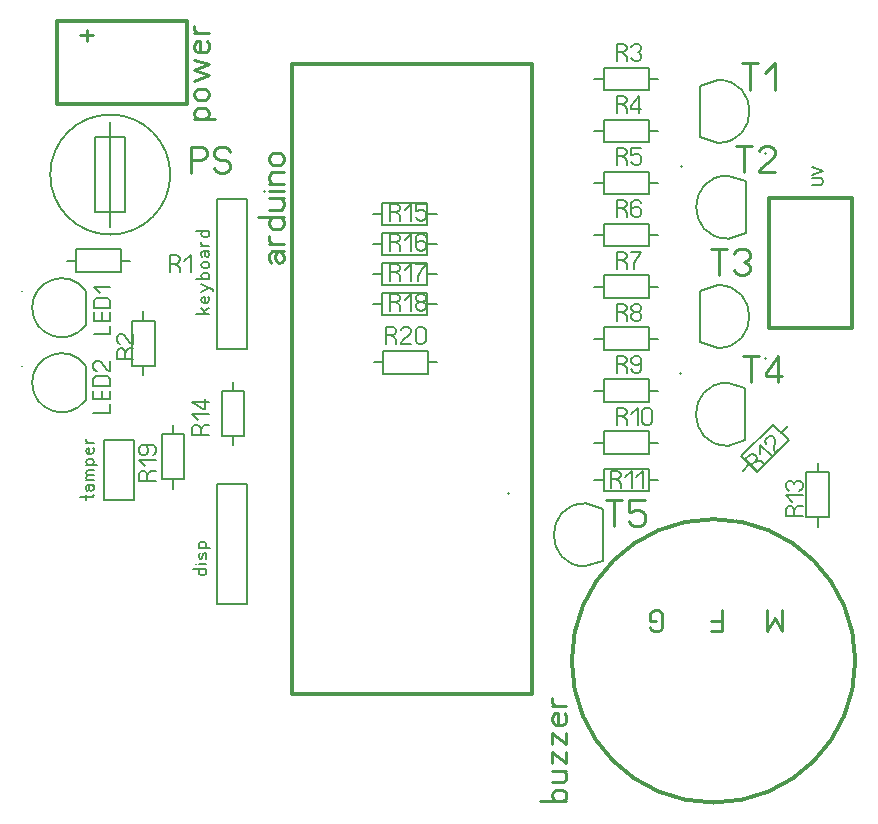
<source format=gbr>
%FSLAX34Y34*%
%MOMM*%
%LNSILK_TOP*%
G71*
G01*
%ADD10C, 0.300*%
%ADD11C, 0.278*%
%ADD12C, 0.150*%
%ADD13C, 0.178*%
%ADD14C, 0.222*%
%ADD15C, 0.206*%
%ADD16C, 0.159*%
%LPD*%
G54D10*
X452587Y390073D02*
X249387Y390073D01*
X249387Y923473D01*
X452587Y923473D01*
X452587Y390073D01*
G54D11*
X231362Y754878D02*
X229973Y758212D01*
X229973Y762212D01*
X232751Y764878D01*
X242473Y764878D01*
G54D11*
X238306Y764878D02*
X235528Y763212D01*
X234973Y759878D01*
X235528Y756545D01*
X238306Y754878D01*
X241084Y755545D01*
X242473Y758212D01*
X242473Y759878D01*
X242473Y760545D01*
X241084Y763212D01*
X238306Y764878D01*
G54D11*
X242473Y770989D02*
X229973Y770989D01*
G54D11*
X232751Y770989D02*
X229973Y774323D01*
X229973Y777656D01*
G54D11*
X242473Y793767D02*
X220251Y793767D01*
G54D11*
X233584Y793767D02*
X230806Y792101D01*
X229973Y788767D01*
X230806Y785434D01*
X233584Y783767D01*
X239140Y783767D01*
X241918Y785434D01*
X242473Y788767D01*
X241918Y792101D01*
X239140Y793767D01*
G54D11*
X229973Y809878D02*
X242473Y809878D01*
G54D11*
X239695Y809878D02*
X241918Y808212D01*
X242473Y804878D01*
X241918Y801545D01*
X239695Y799878D01*
X229973Y799878D01*
G54D11*
X242473Y815989D02*
X229973Y815989D01*
G54D11*
X225806Y815989D02*
X225806Y815989D01*
G54D11*
X242473Y822100D02*
X229973Y822100D01*
G54D11*
X232751Y822100D02*
X230806Y823767D01*
X229973Y827100D01*
X230806Y830434D01*
X232751Y832100D01*
X242473Y832100D01*
G54D11*
X239140Y848211D02*
X233584Y848211D01*
X230806Y846545D01*
X229973Y843211D01*
X230806Y839878D01*
X233584Y838211D01*
X239140Y838211D01*
X241918Y839878D01*
X242473Y843211D01*
X241918Y846545D01*
X239140Y848211D01*
G54D12*
X104386Y766597D02*
X104386Y747597D01*
X66386Y747597D01*
X66386Y766597D01*
X104386Y766597D01*
G54D12*
X104486Y757097D02*
X112386Y757097D01*
G54D12*
X66386Y757097D02*
X58486Y757097D01*
G54D13*
X149975Y754617D02*
X153175Y752839D01*
X154242Y751062D01*
X154241Y747506D01*
G54D13*
X145708Y747506D02*
X145708Y761728D01*
X151041Y761728D01*
X153175Y760839D01*
X154241Y759062D01*
X154241Y757284D01*
X153175Y755506D01*
X151041Y754617D01*
X145708Y754617D01*
G54D13*
X158152Y756395D02*
X163485Y761728D01*
X163485Y747506D01*
G54D12*
X113985Y706247D02*
X132985Y706247D01*
X132985Y668247D01*
X113985Y668247D01*
X113985Y706247D01*
G54D12*
X123485Y706347D02*
X123485Y714247D01*
G54D12*
X123485Y668247D02*
X123485Y660347D01*
G54D13*
X107915Y678486D02*
X109692Y681686D01*
X111470Y682753D01*
X115026Y682753D01*
G54D13*
X115026Y674220D02*
X100804Y674220D01*
X100804Y679553D01*
X101692Y681686D01*
X103470Y682753D01*
X105248Y682753D01*
X107026Y681686D01*
X107915Y679553D01*
X107915Y674220D01*
G54D13*
X115026Y695197D02*
X115026Y686664D01*
X114137Y686664D01*
X112359Y687730D01*
X107026Y694130D01*
X105248Y695197D01*
X103470Y695197D01*
X101692Y694130D01*
X100804Y691997D01*
X100804Y689864D01*
X101692Y687730D01*
X103470Y686664D01*
G54D12*
X513225Y901525D02*
X513225Y920525D01*
X551225Y920525D01*
X551225Y901525D01*
X513225Y901525D01*
G54D12*
X513125Y911025D02*
X505225Y911025D01*
G54D12*
X551225Y911025D02*
X559125Y911025D01*
G54D13*
X528392Y933386D02*
X531592Y931608D01*
X532658Y929831D01*
X532658Y926275D01*
G54D13*
X524125Y926275D02*
X524125Y940497D01*
X529458Y940497D01*
X531592Y939608D01*
X532658Y937831D01*
X532658Y936053D01*
X531592Y934275D01*
X529458Y933386D01*
X524125Y933386D01*
G54D13*
X536569Y937831D02*
X537636Y939608D01*
X539769Y940497D01*
X541902Y940497D01*
X544036Y939608D01*
X545102Y937831D01*
X545102Y936053D01*
X544036Y934275D01*
X541902Y933386D01*
X544036Y932497D01*
X545102Y930719D01*
X545102Y928942D01*
X544036Y927164D01*
X541902Y926275D01*
X539769Y926275D01*
X537636Y927164D01*
X536569Y928942D01*
G54D12*
X551225Y580775D02*
X551225Y561775D01*
X513225Y561775D01*
X513225Y580775D01*
X551225Y580775D01*
G54D12*
X551325Y571275D02*
X559225Y571275D01*
G54D12*
X513225Y571275D02*
X505325Y571275D01*
G54D13*
X523320Y571928D02*
X526520Y570150D01*
X527587Y568372D01*
X527587Y564816D01*
G54D13*
X519054Y564816D02*
X519054Y579039D01*
X524387Y579039D01*
X526520Y578150D01*
X527587Y576372D01*
X527587Y574594D01*
X526520Y572816D01*
X524387Y571928D01*
X519054Y571928D01*
G54D13*
X531498Y573705D02*
X536831Y579039D01*
X536831Y564816D01*
G54D13*
X540742Y573705D02*
X546075Y579039D01*
X546075Y564816D01*
G54D12*
X643119Y577960D02*
X629684Y591395D01*
X656554Y618265D01*
X669989Y604829D01*
X643119Y577960D01*
G54D12*
X636331Y584606D02*
X630745Y579020D01*
G54D12*
X663272Y611547D02*
X668858Y617133D01*
G54D13*
X641206Y586755D02*
X644726Y587761D01*
X646738Y587258D01*
X649252Y584743D01*
G54D13*
X643218Y578710D02*
X633161Y588766D01*
X636932Y592537D01*
X639069Y593417D01*
X641081Y592914D01*
X642338Y591657D01*
X642841Y589646D01*
X641961Y587509D01*
X638190Y583738D01*
G54D13*
X645732Y593794D02*
X645732Y601337D01*
X655788Y591280D01*
G54D13*
X664588Y600079D02*
X658554Y594045D01*
X657925Y594674D01*
X657422Y596685D01*
X658176Y604982D01*
X657674Y606993D01*
X656416Y608250D01*
X654405Y608753D01*
X652268Y607873D01*
X650760Y606365D01*
X649880Y604228D01*
X650382Y602216D01*
G54D12*
X684868Y577878D02*
X703868Y577878D01*
X703868Y539878D01*
X684868Y539878D01*
X684868Y577878D01*
G54D12*
X694367Y577978D02*
X694368Y585878D01*
G54D12*
X694368Y539878D02*
X694368Y531978D01*
G54D13*
X674479Y544974D02*
X676257Y548174D01*
X678035Y549240D01*
X681590Y549240D01*
G54D13*
X681590Y540707D02*
X667368Y540707D01*
X667368Y546040D01*
X668257Y548174D01*
X670035Y549240D01*
X671812Y549240D01*
X673590Y548174D01*
X674479Y546040D01*
X674479Y540707D01*
G54D13*
X672701Y553151D02*
X667368Y558484D01*
X681590Y558484D01*
G54D13*
X670035Y562395D02*
X668257Y563462D01*
X667368Y565595D01*
X667368Y567728D01*
X668257Y569862D01*
X670035Y570928D01*
X671812Y570928D01*
X673590Y569862D01*
X674479Y567728D01*
X675368Y569862D01*
X677146Y570928D01*
X678924Y570928D01*
X680701Y569862D01*
X681590Y567728D01*
X681590Y565595D01*
X680701Y563462D01*
X678924Y562395D01*
G54D12*
X208697Y608764D02*
X189697Y608764D01*
X189697Y646764D01*
X208697Y646764D01*
X208697Y608764D01*
G54D12*
X199197Y608664D02*
X199197Y600764D01*
G54D12*
X199197Y646764D02*
X199197Y654664D01*
G54D13*
X171836Y613931D02*
X173614Y617131D01*
X175392Y618198D01*
X178947Y618198D01*
G54D13*
X178947Y609664D02*
X164725Y609664D01*
X164725Y614998D01*
X165614Y617131D01*
X167392Y618198D01*
X169169Y618198D01*
X170947Y617131D01*
X171836Y614998D01*
X171836Y609664D01*
G54D13*
X170058Y622108D02*
X164725Y627442D01*
X178947Y627442D01*
G54D13*
X178947Y637752D02*
X164725Y637752D01*
X173614Y631352D01*
X175392Y631352D01*
X175392Y639886D01*
G54D12*
X363637Y805973D02*
X363637Y786973D01*
X325637Y786973D01*
X325637Y805973D01*
X363637Y805973D01*
G54D12*
X363737Y796473D02*
X371637Y796473D01*
G54D12*
X325637Y796473D02*
X317737Y796473D01*
G54D13*
X336632Y798162D02*
X339832Y796384D01*
X340899Y794606D01*
X340899Y791051D01*
G54D13*
X332366Y791051D02*
X332366Y805273D01*
X337699Y805273D01*
X339832Y804384D01*
X340899Y802606D01*
X340899Y800828D01*
X339832Y799051D01*
X337699Y798162D01*
X332366Y798162D01*
G54D13*
X344810Y799940D02*
X350143Y805273D01*
X350143Y791051D01*
G54D13*
X362587Y805273D02*
X354054Y805273D01*
X354054Y799051D01*
X355120Y799051D01*
X357254Y799940D01*
X359387Y799940D01*
X361520Y799051D01*
X362587Y797273D01*
X362587Y793717D01*
X361520Y791940D01*
X359387Y791051D01*
X357254Y791051D01*
X355120Y791940D01*
X354054Y793718D01*
G54D12*
X138838Y609932D02*
X157838Y609932D01*
X157838Y571932D01*
X138838Y571932D01*
X138838Y609932D01*
G54D12*
X148338Y610032D02*
X148338Y617932D01*
G54D12*
X148338Y571932D02*
X148338Y564032D01*
G54D13*
X126798Y574977D02*
X128576Y578177D01*
X130354Y579243D01*
X133910Y579243D01*
G54D13*
X133910Y570710D02*
X119687Y570710D01*
X119687Y576043D01*
X120576Y578177D01*
X122354Y579243D01*
X124132Y579243D01*
X125910Y578177D01*
X126798Y576043D01*
X126798Y570710D01*
G54D13*
X125021Y583154D02*
X119687Y588487D01*
X133910Y588487D01*
G54D13*
X131243Y592398D02*
X133021Y593465D01*
X133910Y595598D01*
X133910Y597731D01*
X133021Y599865D01*
X131243Y600931D01*
X126798Y600931D01*
X125910Y600931D01*
X127687Y597731D01*
X127687Y595598D01*
X126798Y593465D01*
X125021Y592398D01*
X122354Y592398D01*
X120576Y593465D01*
X119687Y595598D01*
X119687Y597731D01*
X120576Y599865D01*
X122354Y600931D01*
X126798Y600931D01*
G54D12*
X326450Y661375D02*
X326450Y680375D01*
X364450Y680375D01*
X364450Y661375D01*
X326450Y661375D01*
G54D12*
X326350Y670875D02*
X318450Y670875D01*
G54D12*
X364450Y670875D02*
X372350Y670875D01*
G54D13*
X333367Y693786D02*
X336567Y692008D01*
X337633Y690231D01*
X337633Y686675D01*
G54D13*
X329100Y686675D02*
X329100Y700897D01*
X334433Y700897D01*
X336567Y700008D01*
X337633Y698231D01*
X337633Y696453D01*
X336567Y694675D01*
X334433Y693786D01*
X329100Y693786D01*
G54D13*
X350077Y686675D02*
X341544Y686675D01*
X341544Y687564D01*
X342611Y689342D01*
X349011Y694675D01*
X350077Y696453D01*
X350077Y698231D01*
X349011Y700008D01*
X346877Y700897D01*
X344744Y700897D01*
X342611Y700008D01*
X341544Y698231D01*
G54D13*
X362521Y698231D02*
X362521Y689342D01*
X361455Y687564D01*
X359321Y686675D01*
X357188Y686675D01*
X355055Y687564D01*
X353988Y689342D01*
X353988Y698231D01*
X355055Y700008D01*
X357188Y700897D01*
X359321Y700897D01*
X361455Y700008D01*
X362521Y698231D01*
G54D12*
G75*
G01X74468Y731902D02*
G03X74468Y702513I-20225J-14695D01*
G01*
G54D12*
X74443Y702907D02*
X74443Y731507D01*
G54D13*
X81370Y694590D02*
X95592Y694590D01*
X95592Y702057D01*
G54D13*
X95592Y713435D02*
X95592Y705968D01*
X81370Y705968D01*
X81370Y713435D01*
G54D13*
X88481Y705968D02*
X88481Y713435D01*
G54D13*
X95592Y717346D02*
X81370Y717346D01*
X81370Y722679D01*
X82258Y724813D01*
X84036Y725879D01*
X92925Y725879D01*
X94703Y724813D01*
X95592Y722679D01*
X95592Y717346D01*
G54D13*
X86703Y729790D02*
X81370Y735123D01*
X95592Y735123D01*
G54D13*
X20647Y731517D02*
X20647Y731517D01*
G54D12*
G75*
G01X74468Y668402D02*
G03X74468Y639012I-20225J-14695D01*
G01*
G54D12*
X74443Y639407D02*
X74443Y668007D01*
G54D13*
X81149Y628258D02*
X95371Y628258D01*
X95371Y635725D01*
G54D13*
X95371Y647103D02*
X95371Y639636D01*
X81149Y639636D01*
X81149Y647103D01*
G54D13*
X88260Y639636D02*
X88260Y647103D01*
G54D13*
X95371Y651014D02*
X81149Y651014D01*
X81149Y656347D01*
X82038Y658481D01*
X83816Y659547D01*
X92704Y659547D01*
X94482Y658481D01*
X95371Y656347D01*
X95371Y651014D01*
G54D13*
X95371Y671991D02*
X95371Y663458D01*
X94482Y663458D01*
X92704Y664525D01*
X87371Y670925D01*
X85593Y671991D01*
X83816Y671991D01*
X82038Y670925D01*
X81149Y668791D01*
X81149Y666658D01*
X82038Y664525D01*
X83816Y663458D01*
G54D13*
X20647Y668017D02*
X20647Y668017D01*
G54D12*
X609897Y910192D02*
X594698Y905292D01*
X594697Y861692D01*
X609897Y856792D01*
G54D12*
G75*
G01X609997Y856842D02*
G03X609997Y910142I0J26650D01*
G01*
G54D11*
X637040Y901856D02*
X637040Y924078D01*
G54D11*
X630373Y924078D02*
X643706Y924078D01*
G54D11*
X649817Y915744D02*
X658150Y924078D01*
X658150Y901855D01*
G54D11*
X649897Y848406D02*
X649897Y848406D01*
G54D12*
X618241Y775744D02*
X633441Y780644D01*
X633441Y824244D01*
X618241Y829143D01*
G54D12*
G75*
G01X618141Y829094D02*
G03X618141Y775794I0J-26650D01*
G01*
G54D11*
X632270Y831782D02*
X632270Y854004D01*
G54D11*
X625604Y854004D02*
X638937Y854004D01*
G54D11*
X658381Y831782D02*
X645048Y831781D01*
X645048Y833170D01*
X646714Y835948D01*
X656714Y844281D01*
X658381Y847059D01*
X658381Y849837D01*
X656714Y852615D01*
X653381Y854004D01*
X650048Y854004D01*
X646714Y852615D01*
X645048Y849837D01*
G54D11*
X578241Y837530D02*
X578241Y837530D01*
G54D12*
X609721Y736488D02*
X594522Y731588D01*
X594522Y687988D01*
X609721Y683088D01*
G54D12*
G75*
G01X609821Y683138D02*
G03X609821Y736438I0J26650D01*
G01*
G54D11*
X610988Y744902D02*
X610988Y767125D01*
G54D11*
X604322Y767125D02*
X617655Y767125D01*
G54D11*
X623766Y762958D02*
X625432Y765736D01*
X628766Y767125D01*
X632099Y767125D01*
X635432Y765736D01*
X637099Y762958D01*
X637099Y760180D01*
X635432Y757402D01*
X632099Y756014D01*
X635432Y754625D01*
X637099Y751847D01*
X637099Y749069D01*
X635432Y746291D01*
X632099Y744902D01*
X628766Y744902D01*
X625432Y746291D01*
X623766Y749069D01*
G54D11*
X649722Y674702D02*
X649722Y674702D01*
G54D12*
X618028Y600348D02*
X633228Y605248D01*
X633228Y648848D01*
X618028Y653748D01*
G54D12*
G75*
G01X617928Y653698D02*
G03X617928Y600398I0J-26650D01*
G01*
G54D11*
X638118Y653976D02*
X638118Y676198D01*
G54D11*
X631451Y676198D02*
X644784Y676198D01*
G54D11*
X660895Y653976D02*
X660895Y676198D01*
X650895Y662310D01*
X650895Y659532D01*
X664228Y659532D01*
G54D11*
X578028Y662134D02*
X578028Y662134D01*
G54D12*
X497689Y498233D02*
X512889Y503133D01*
X512889Y546733D01*
X497689Y551633D01*
G54D12*
G75*
G01X497589Y551583D02*
G03X497589Y498283I0J-26650D01*
G01*
G54D11*
X522193Y532196D02*
X522193Y554419D01*
G54D11*
X515526Y554419D02*
X528859Y554419D01*
G54D11*
X548303Y554419D02*
X534970Y554419D01*
X534970Y544696D01*
X536637Y544696D01*
X539970Y546085D01*
X543303Y546085D01*
X546637Y544696D01*
X548303Y541919D01*
X548303Y536363D01*
X546637Y533585D01*
X543303Y532196D01*
X539970Y532196D01*
X536637Y533585D01*
X534970Y536363D01*
G54D11*
X432289Y560020D02*
X432289Y560020D01*
G54D10*
G75*
G01X726164Y418246D02*
G03X726164Y418246I-120000J0D01*
G01*
G54D14*
X613764Y461046D02*
X613764Y443268D01*
X604431Y443268D01*
G54D14*
X613764Y452157D02*
X604431Y452157D01*
G54D14*
X664564Y461046D02*
X664564Y443269D01*
X657897Y454380D01*
X651231Y443269D01*
X651231Y461046D01*
G54D14*
X557631Y452157D02*
X552298Y452158D01*
X552298Y457713D01*
X553631Y459935D01*
X556298Y461046D01*
X558964Y461046D01*
X561631Y459935D01*
X562964Y457713D01*
X562964Y446602D01*
X561631Y444380D01*
X558964Y443268D01*
X556298Y443269D01*
X553631Y444380D01*
X552298Y446602D01*
G54D11*
X481599Y299257D02*
X459377Y299257D01*
G54D11*
X472710Y299257D02*
X469932Y300924D01*
X469099Y304257D01*
X469932Y307590D01*
X472710Y309257D01*
X478266Y309257D01*
X481043Y307590D01*
X481599Y304257D01*
X481043Y300924D01*
X478266Y299257D01*
G54D11*
X469099Y325368D02*
X481599Y325368D01*
G54D11*
X478821Y325368D02*
X481043Y323701D01*
X481599Y320368D01*
X481043Y317035D01*
X478821Y315368D01*
X469099Y315368D01*
G54D11*
X469099Y331479D02*
X469099Y341479D01*
X481599Y331479D01*
X481599Y341479D01*
G54D11*
X469099Y347590D02*
X469099Y357590D01*
X481599Y347590D01*
X481599Y357590D01*
G54D11*
X480210Y373701D02*
X481599Y371034D01*
X481599Y367701D01*
X480210Y364368D01*
X477432Y363701D01*
X472710Y363701D01*
X469932Y365368D01*
X469099Y368701D01*
X469932Y372034D01*
X471877Y373701D01*
X474655Y373701D01*
X474655Y363701D01*
G54D11*
X481599Y379812D02*
X469099Y379812D01*
G54D11*
X471877Y379812D02*
X469099Y383145D01*
X469099Y386479D01*
G54D10*
X50000Y960000D02*
X160000Y960000D01*
X160000Y890000D01*
X50000Y890000D01*
X50000Y960000D01*
G54D14*
X70000Y947778D02*
X80667Y947778D01*
G54D14*
X75333Y952222D02*
X75333Y943333D01*
G54D11*
X166232Y876664D02*
X184287Y876664D01*
G54D11*
X174565Y876664D02*
X178176Y878330D01*
X178732Y881664D01*
X178176Y884997D01*
X175398Y886664D01*
X169843Y886664D01*
X167065Y884997D01*
X166232Y881664D01*
X167065Y878330D01*
X170398Y876664D01*
G54D11*
X175398Y902775D02*
X169843Y902775D01*
X167065Y901108D01*
X166232Y897775D01*
X167065Y894441D01*
X169843Y892775D01*
X175398Y892775D01*
X178176Y894441D01*
X178732Y897775D01*
X178176Y901108D01*
X175398Y902775D01*
G54D11*
X166232Y908886D02*
X178732Y913886D01*
X166232Y918886D01*
X178732Y923886D01*
X166232Y927219D01*
G54D11*
X177343Y943330D02*
X178732Y940663D01*
X178732Y937330D01*
X177343Y933996D01*
X174565Y933330D01*
X169843Y933330D01*
X167065Y934996D01*
X166232Y938330D01*
X167065Y941663D01*
X169010Y943330D01*
X171787Y943330D01*
X171787Y933330D01*
G54D11*
X178732Y949441D02*
X166232Y949441D01*
G54D11*
X169010Y949441D02*
X166232Y952774D01*
X166232Y956107D01*
G54D12*
G75*
G01X146200Y830000D02*
G03X146200Y830000I-50800J0D01*
G01*
G54D12*
X95400Y785600D02*
X95400Y874400D01*
G54D12*
X82700Y861800D02*
X108100Y861800D01*
X108100Y798200D01*
X82700Y798200D01*
X82700Y861800D01*
G54D11*
X163850Y831330D02*
X163850Y853552D01*
X172183Y853552D01*
X175517Y852163D01*
X177183Y849386D01*
X177183Y846608D01*
X175517Y843830D01*
X172183Y842441D01*
X163850Y842441D01*
G54D11*
X183294Y835497D02*
X184961Y832719D01*
X188294Y831330D01*
X191627Y831330D01*
X194961Y832719D01*
X196627Y835497D01*
X196627Y838274D01*
X194961Y841052D01*
X191627Y842441D01*
X188294Y842441D01*
X184961Y843830D01*
X183294Y846608D01*
X183294Y849386D01*
X184961Y852163D01*
X188294Y853552D01*
X191627Y853552D01*
X194961Y852163D01*
X196627Y849386D01*
G54D12*
X211287Y682173D02*
X185887Y682173D01*
X185887Y809173D01*
X211287Y809173D01*
X211287Y682173D01*
G54D15*
X179136Y712223D02*
X167581Y712223D01*
G54D15*
X174803Y714823D02*
X179136Y717423D01*
G54D15*
X176248Y712223D02*
X172636Y717423D01*
G54D15*
X178414Y726667D02*
X179136Y725281D01*
X179136Y723547D01*
X178414Y721814D01*
X176970Y721467D01*
X174514Y721467D01*
X173070Y722334D01*
X172636Y724067D01*
X173070Y725801D01*
X174081Y726667D01*
X175525Y726667D01*
X175525Y721467D01*
G54D15*
X172636Y730711D02*
X179136Y734178D01*
X172636Y737645D01*
G54D15*
X179136Y734178D02*
X181303Y733311D01*
X182025Y732445D01*
X182025Y731578D01*
G54D15*
X179136Y741688D02*
X167581Y741688D01*
G54D15*
X174514Y741688D02*
X173070Y742555D01*
X172636Y744288D01*
X173070Y746022D01*
X174514Y746888D01*
X177403Y746888D01*
X178848Y746022D01*
X179136Y744288D01*
X178848Y742555D01*
X177403Y741688D01*
G54D15*
X177403Y756132D02*
X174514Y756132D01*
X173070Y755266D01*
X172636Y753532D01*
X173070Y751799D01*
X174514Y750932D01*
X177403Y750932D01*
X178848Y751799D01*
X179136Y753532D01*
X178848Y755266D01*
X177403Y756132D01*
G54D15*
X173359Y760176D02*
X172636Y761910D01*
X172636Y763990D01*
X174081Y765376D01*
X179136Y765376D01*
G54D15*
X176970Y765376D02*
X175525Y764510D01*
X175236Y762776D01*
X175525Y761043D01*
X176970Y760176D01*
X178414Y760523D01*
X179136Y761910D01*
X179136Y762776D01*
X179136Y763123D01*
X178414Y764510D01*
X176970Y765376D01*
G54D15*
X179136Y769420D02*
X172636Y769420D01*
G54D15*
X174081Y769420D02*
X172636Y771154D01*
X172636Y772887D01*
G54D15*
X179136Y782131D02*
X167581Y782131D01*
G54D15*
X174514Y782131D02*
X173070Y781265D01*
X172636Y779531D01*
X173070Y777798D01*
X174514Y776931D01*
X177403Y776931D01*
X178848Y777798D01*
X179136Y779531D01*
X178848Y781265D01*
X177403Y782131D01*
G54D12*
X90420Y605501D02*
X115820Y605501D01*
X115820Y554701D01*
X90420Y554701D01*
X90420Y605501D01*
G54D15*
X69831Y556563D02*
X80664Y556563D01*
X81387Y557430D01*
X81098Y558297D01*
G54D15*
X74887Y554830D02*
X74887Y558297D01*
G54D15*
X75609Y562341D02*
X74887Y564074D01*
X74887Y566154D01*
X76331Y567541D01*
X81387Y567541D01*
G54D15*
X79220Y567541D02*
X77776Y566674D01*
X77487Y564941D01*
X77776Y563208D01*
X79220Y562341D01*
X80664Y562688D01*
X81387Y564074D01*
X81387Y564941D01*
X81387Y565288D01*
X80664Y566674D01*
X79220Y567541D01*
G54D15*
X81387Y571585D02*
X74887Y571585D01*
G54D15*
X76042Y571585D02*
X74887Y573318D01*
X75320Y575052D01*
X76331Y575918D01*
X81387Y575918D01*
G54D15*
X76042Y575918D02*
X74887Y577652D01*
X75320Y579385D01*
X76331Y580252D01*
X81387Y580252D01*
G54D15*
X74887Y584296D02*
X84276Y584296D01*
G54D15*
X79220Y584296D02*
X81098Y585163D01*
X81387Y586896D01*
X81098Y588629D01*
X79654Y589496D01*
X76764Y589496D01*
X75320Y588629D01*
X74887Y586896D01*
X75320Y585163D01*
X77054Y584296D01*
G54D15*
X80664Y598740D02*
X81387Y597353D01*
X81387Y595620D01*
X80664Y593887D01*
X79220Y593540D01*
X76764Y593540D01*
X75320Y594407D01*
X74887Y596140D01*
X75320Y597873D01*
X76331Y598740D01*
X77776Y598740D01*
X77776Y593540D01*
G54D15*
X81387Y602784D02*
X74887Y602784D01*
G54D15*
X76331Y602784D02*
X74887Y604517D01*
X74887Y606251D01*
G54D12*
X185887Y567873D02*
X211287Y567873D01*
X211287Y466273D01*
X185887Y466273D01*
X185887Y567873D01*
G54D15*
X176854Y496091D02*
X165298Y496091D01*
G54D15*
X172232Y496091D02*
X170787Y495224D01*
X170354Y493491D01*
X170787Y491758D01*
X172232Y490891D01*
X175121Y490891D01*
X176565Y491758D01*
X176854Y493491D01*
X176565Y495224D01*
X175121Y496091D01*
G54D15*
X176854Y500135D02*
X170354Y500135D01*
G54D15*
X168187Y500135D02*
X168187Y500135D01*
G54D15*
X176132Y504179D02*
X176854Y505912D01*
X176854Y507646D01*
X176132Y509379D01*
X174687Y509379D01*
X173965Y508512D01*
X173243Y505046D01*
X172521Y504179D01*
X171076Y504179D01*
X170354Y505912D01*
X170354Y507646D01*
X171076Y509379D01*
G54D15*
X170354Y513423D02*
X179743Y513423D01*
G54D15*
X174687Y513423D02*
X176565Y514290D01*
X176854Y516023D01*
X176565Y517756D01*
X175121Y518623D01*
X172232Y518623D01*
X170787Y517756D01*
X170354Y516023D01*
X170787Y514290D01*
X172521Y513423D01*
G54D16*
X689852Y821390D02*
X697074Y821390D01*
X698185Y822057D01*
X698741Y823390D01*
X698741Y824723D01*
X698185Y826057D01*
X697074Y826723D01*
X689852Y826723D01*
G54D16*
X689852Y829834D02*
X698741Y833167D01*
X689852Y836501D01*
G54D10*
X723498Y810049D02*
X723498Y700050D01*
X653498Y700050D01*
X653498Y810050D01*
X723498Y810049D01*
G54D12*
X513225Y857525D02*
X513225Y876525D01*
X551225Y876525D01*
X551225Y857525D01*
X513225Y857525D01*
G54D12*
X513125Y867025D02*
X505225Y867025D01*
G54D12*
X551225Y867025D02*
X559125Y867025D01*
G54D13*
X528392Y889386D02*
X531592Y887608D01*
X532658Y885831D01*
X532658Y882275D01*
G54D13*
X524125Y882275D02*
X524125Y896497D01*
X529458Y896497D01*
X531592Y895608D01*
X532658Y893831D01*
X532658Y892053D01*
X531592Y890275D01*
X529458Y889386D01*
X524125Y889386D01*
G54D13*
X542969Y882275D02*
X542969Y896497D01*
X536569Y887608D01*
X536569Y885831D01*
X545102Y885831D01*
G54D12*
X513225Y813525D02*
X513225Y832525D01*
X551225Y832525D01*
X551225Y813525D01*
X513225Y813525D01*
G54D12*
X513125Y823025D02*
X505225Y823025D01*
G54D12*
X551225Y823025D02*
X559125Y823025D01*
G54D13*
X528392Y845386D02*
X531592Y843608D01*
X532658Y841831D01*
X532658Y838275D01*
G54D13*
X524125Y838275D02*
X524125Y852497D01*
X529458Y852497D01*
X531592Y851608D01*
X532658Y849831D01*
X532658Y848053D01*
X531592Y846275D01*
X529458Y845386D01*
X524125Y845386D01*
G54D13*
X545102Y852497D02*
X536569Y852497D01*
X536569Y846275D01*
X537636Y846275D01*
X539769Y847164D01*
X541902Y847164D01*
X544036Y846275D01*
X545102Y844497D01*
X545102Y840942D01*
X544036Y839164D01*
X541902Y838275D01*
X539769Y838275D01*
X537636Y839164D01*
X536569Y840942D01*
G54D12*
X513225Y769525D02*
X513225Y788525D01*
X551225Y788525D01*
X551225Y769525D01*
X513225Y769525D01*
G54D12*
X513125Y779025D02*
X505225Y779025D01*
G54D12*
X551225Y779025D02*
X559125Y779025D01*
G54D13*
X528392Y801386D02*
X531592Y799608D01*
X532658Y797831D01*
X532658Y794275D01*
G54D13*
X524125Y794275D02*
X524125Y808497D01*
X529458Y808497D01*
X531592Y807608D01*
X532658Y805831D01*
X532658Y804053D01*
X531592Y802275D01*
X529458Y801386D01*
X524125Y801386D01*
G54D13*
X545102Y805831D02*
X544036Y807608D01*
X541902Y808497D01*
X539769Y808497D01*
X537636Y807608D01*
X536569Y805831D01*
X536569Y801386D01*
X536569Y800497D01*
X539769Y802275D01*
X541902Y802275D01*
X544036Y801386D01*
X545102Y799608D01*
X545102Y796942D01*
X544036Y795164D01*
X541902Y794275D01*
X539769Y794275D01*
X537636Y795164D01*
X536569Y796942D01*
X536569Y801386D01*
G54D12*
X513225Y725525D02*
X513225Y744525D01*
X551225Y744525D01*
X551225Y725525D01*
X513225Y725525D01*
G54D12*
X513125Y735025D02*
X505225Y735025D01*
G54D12*
X551225Y735025D02*
X559125Y735025D01*
G54D13*
X528392Y757386D02*
X531592Y755608D01*
X532658Y753831D01*
X532658Y750275D01*
G54D13*
X524125Y750275D02*
X524125Y764497D01*
X529458Y764497D01*
X531592Y763608D01*
X532658Y761831D01*
X532658Y760053D01*
X531592Y758275D01*
X529458Y757386D01*
X524125Y757386D01*
G54D13*
X536569Y764497D02*
X545102Y764497D01*
X544036Y762719D01*
X541902Y760053D01*
X539769Y756497D01*
X538702Y753831D01*
X538702Y750275D01*
G54D12*
X513225Y681525D02*
X513225Y700525D01*
X551225Y700525D01*
X551225Y681525D01*
X513225Y681525D01*
G54D12*
X513125Y691025D02*
X505225Y691025D01*
G54D12*
X551225Y691025D02*
X559125Y691025D01*
G54D13*
X528392Y713386D02*
X531592Y711608D01*
X532658Y709831D01*
X532658Y706275D01*
G54D13*
X524125Y706275D02*
X524125Y720497D01*
X529458Y720497D01*
X531592Y719608D01*
X532658Y717831D01*
X532658Y716053D01*
X531592Y714275D01*
X529458Y713386D01*
X524125Y713386D01*
G54D13*
X541902Y713386D02*
X539769Y713386D01*
X537636Y714275D01*
X536569Y716053D01*
X536569Y717831D01*
X537636Y719608D01*
X539769Y720497D01*
X541902Y720497D01*
X544036Y719608D01*
X545102Y717831D01*
X545102Y716053D01*
X544036Y714275D01*
X541902Y713386D01*
X544036Y712497D01*
X545102Y710719D01*
X545102Y708942D01*
X544036Y707164D01*
X541902Y706275D01*
X539769Y706275D01*
X537636Y707164D01*
X536569Y708942D01*
X536569Y710719D01*
X537636Y712497D01*
X539769Y713386D01*
G54D12*
X513225Y637525D02*
X513225Y656525D01*
X551225Y656525D01*
X551225Y637525D01*
X513225Y637525D01*
G54D12*
X513125Y647025D02*
X505225Y647025D01*
G54D12*
X551225Y647025D02*
X559125Y647025D01*
G54D13*
X528392Y669386D02*
X531592Y667608D01*
X532658Y665831D01*
X532658Y662275D01*
G54D13*
X524125Y662275D02*
X524125Y676497D01*
X529458Y676497D01*
X531592Y675608D01*
X532658Y673831D01*
X532658Y672053D01*
X531592Y670275D01*
X529458Y669386D01*
X524125Y669386D01*
G54D13*
X536569Y664942D02*
X537636Y663164D01*
X539769Y662275D01*
X541902Y662275D01*
X544036Y663164D01*
X545102Y664942D01*
X545102Y669386D01*
X545102Y670275D01*
X541902Y668497D01*
X539769Y668497D01*
X537636Y669386D01*
X536569Y671164D01*
X536569Y673831D01*
X537636Y675608D01*
X539769Y676497D01*
X541902Y676497D01*
X544036Y675608D01*
X545102Y673831D01*
X545102Y669386D01*
G54D12*
X513225Y593525D02*
X513225Y612525D01*
X551225Y612525D01*
X551225Y593525D01*
X513225Y593525D01*
G54D12*
X513125Y603025D02*
X505225Y603025D01*
G54D12*
X551225Y603025D02*
X559125Y603025D01*
G54D13*
X528392Y625386D02*
X531592Y623608D01*
X532658Y621831D01*
X532658Y618275D01*
G54D13*
X524125Y618275D02*
X524125Y632497D01*
X529458Y632497D01*
X531592Y631608D01*
X532658Y629831D01*
X532658Y628053D01*
X531592Y626275D01*
X529458Y625386D01*
X524125Y625386D01*
G54D13*
X536569Y627164D02*
X541902Y632497D01*
X541902Y618275D01*
G54D13*
X554346Y629831D02*
X554346Y620942D01*
X553280Y619164D01*
X551146Y618275D01*
X549013Y618275D01*
X546880Y619164D01*
X545813Y620942D01*
X545813Y629831D01*
X546880Y631608D01*
X549013Y632497D01*
X551146Y632497D01*
X553280Y631608D01*
X554346Y629831D01*
G54D12*
X363637Y780573D02*
X363637Y761573D01*
X325637Y761573D01*
X325637Y780573D01*
X363637Y780573D01*
G54D12*
X363737Y771073D02*
X371637Y771073D01*
G54D12*
X325637Y771073D02*
X317737Y771073D01*
G54D13*
X336632Y772762D02*
X339832Y770984D01*
X340899Y769206D01*
X340899Y765651D01*
G54D13*
X332366Y765651D02*
X332366Y779873D01*
X337699Y779873D01*
X339832Y778984D01*
X340899Y777206D01*
X340899Y775429D01*
X339832Y773651D01*
X337699Y772762D01*
X332366Y772762D01*
G54D13*
X344810Y774540D02*
X350143Y779873D01*
X350143Y765651D01*
G54D13*
X362587Y777206D02*
X361520Y778984D01*
X359387Y779873D01*
X357254Y779873D01*
X355120Y778984D01*
X354054Y777206D01*
X354054Y772762D01*
X354054Y771873D01*
X357254Y773651D01*
X359387Y773651D01*
X361520Y772762D01*
X362587Y770984D01*
X362587Y768317D01*
X361520Y766540D01*
X359387Y765651D01*
X357254Y765651D01*
X355120Y766540D01*
X354054Y768317D01*
X354054Y772762D01*
G54D12*
X363637Y755173D02*
X363637Y736173D01*
X325637Y736173D01*
X325637Y755173D01*
X363637Y755173D01*
G54D12*
X363737Y745673D02*
X371637Y745673D01*
G54D12*
X325637Y745673D02*
X317737Y745673D01*
G54D13*
X336632Y747362D02*
X339832Y745584D01*
X340899Y743806D01*
X340899Y740251D01*
G54D13*
X332366Y740251D02*
X332366Y754473D01*
X337699Y754473D01*
X339832Y753584D01*
X340899Y751806D01*
X340899Y750029D01*
X339832Y748251D01*
X337699Y747362D01*
X332366Y747362D01*
G54D13*
X344810Y749140D02*
X350143Y754473D01*
X350143Y740251D01*
G54D13*
X354054Y754473D02*
X362587Y754473D01*
X361520Y752695D01*
X359387Y750029D01*
X357254Y746473D01*
X356187Y743806D01*
X356187Y740251D01*
G54D12*
X363637Y729773D02*
X363637Y710773D01*
X325637Y710773D01*
X325637Y729773D01*
X363637Y729773D01*
G54D12*
X363737Y720273D02*
X371637Y720273D01*
G54D12*
X325637Y720273D02*
X317737Y720273D01*
G54D13*
X336632Y721962D02*
X339832Y720184D01*
X340899Y718406D01*
X340899Y714851D01*
G54D13*
X332366Y714851D02*
X332366Y729073D01*
X337699Y729073D01*
X339832Y728184D01*
X340899Y726406D01*
X340899Y724629D01*
X339832Y722851D01*
X337699Y721962D01*
X332366Y721962D01*
G54D13*
X344810Y723740D02*
X350143Y729073D01*
X350143Y714851D01*
G54D13*
X359387Y721962D02*
X357254Y721962D01*
X355120Y722851D01*
X354054Y724629D01*
X354054Y726406D01*
X355120Y728184D01*
X357254Y729073D01*
X359387Y729073D01*
X361520Y728184D01*
X362587Y726406D01*
X362587Y724629D01*
X361520Y722851D01*
X359387Y721962D01*
X361520Y721073D01*
X362587Y719295D01*
X362587Y717517D01*
X361520Y715740D01*
X359387Y714851D01*
X357254Y714851D01*
X355120Y715740D01*
X354054Y717517D01*
X354054Y719295D01*
X355120Y721073D01*
X357254Y721962D01*
M02*

</source>
